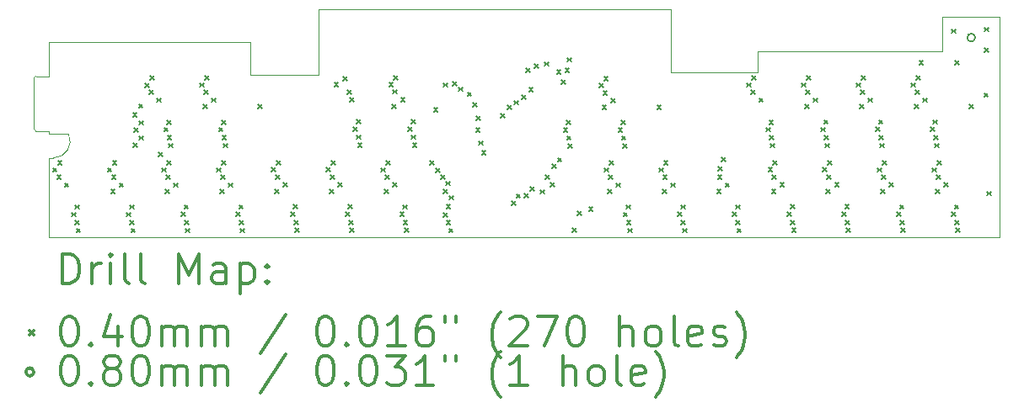
<source format=gbr>
%FSLAX45Y45*%
G04 Gerber Fmt 4.5, Leading zero omitted, Abs format (unit mm)*
G04 Created by KiCad (PCBNEW 5.1.4-e60b266~84~ubuntu16.04.1) date 2019-10-21 03:29:03*
%MOMM*%
%LPD*%
G04 APERTURE LIST*
%ADD10C,0.010000*%
%ADD11C,0.200000*%
%ADD12C,0.300000*%
G04 APERTURE END LIST*
D10*
X16239634Y-10210014D02*
X15860716Y-10210014D01*
X16239634Y-9862836D02*
X16239634Y-10209760D01*
X13510210Y-10417177D02*
X13510210Y-9784971D01*
X16814292Y-9862836D02*
X16239744Y-9862836D01*
X7262876Y-10117836D02*
X9284551Y-10117836D01*
X7262876Y-11041380D02*
X7262876Y-11010742D01*
X7461511Y-11040364D02*
X7262876Y-11041380D01*
X7308850Y-11280140D02*
X7262876Y-11280394D01*
X7461593Y-11040437D02*
G75*
G02X7308850Y-11280140I-153759J-70539D01*
G01*
X9284551Y-10117836D02*
X9284551Y-10440670D01*
X9973148Y-10440924D02*
X9284462Y-10440670D01*
X14383766Y-10417556D02*
X13510168Y-10416794D01*
X14383766Y-10209760D02*
X14383766Y-10417556D01*
X15860522Y-10210038D02*
X14383766Y-10210038D01*
X16814292Y-12077954D02*
X16814292Y-9862836D01*
X11681460Y-12077954D02*
X16814292Y-12077954D01*
X7262876Y-10440924D02*
X7262876Y-10117836D01*
X7132548Y-10460365D02*
G75*
G03X7112508Y-10480405I0J-20040D01*
G01*
X7112574Y-10989637D02*
G75*
G03X7131558Y-11010653I20000J-1016D01*
G01*
X7262876Y-10440924D02*
X7262876Y-10460482D01*
X9973148Y-9784588D02*
X9973148Y-10440924D01*
X13510168Y-9784588D02*
X9973148Y-9784588D01*
X7262876Y-12077954D02*
X11681460Y-12077954D01*
X7262876Y-11280394D02*
X7262876Y-12077954D01*
X7131558Y-11010742D02*
X7262876Y-11010742D01*
X7112508Y-10480294D02*
X7112508Y-10989564D01*
X7262876Y-10460468D02*
X7132574Y-10460228D01*
D11*
X7302820Y-11382314D02*
X7342820Y-11422314D01*
X7342820Y-11382314D02*
X7302820Y-11422314D01*
X7344476Y-11455212D02*
X7384476Y-11495212D01*
X7384476Y-11455212D02*
X7344476Y-11495212D01*
X7352716Y-11311844D02*
X7392716Y-11351844D01*
X7392716Y-11311844D02*
X7352716Y-11351844D01*
X7421692Y-11534206D02*
X7461692Y-11574206D01*
X7461692Y-11534206D02*
X7421692Y-11574206D01*
X7494844Y-11829862D02*
X7534844Y-11869862D01*
X7534844Y-11829862D02*
X7494844Y-11869862D01*
X7525324Y-11754932D02*
X7565324Y-11794932D01*
X7565324Y-11754932D02*
X7525324Y-11794932D01*
X7528681Y-11910435D02*
X7568681Y-11950435D01*
X7568681Y-11910435D02*
X7528681Y-11950435D01*
X7539802Y-11991406D02*
X7579802Y-12031406D01*
X7579802Y-11991406D02*
X7539802Y-12031406D01*
X7852476Y-11382060D02*
X7892476Y-11422060D01*
X7892476Y-11382060D02*
X7852476Y-11422060D01*
X7885750Y-11599484D02*
X7925750Y-11639484D01*
X7925750Y-11599484D02*
X7885750Y-11639484D01*
X7894132Y-11454958D02*
X7934132Y-11494958D01*
X7934132Y-11454958D02*
X7894132Y-11494958D01*
X7902372Y-11311590D02*
X7942372Y-11351590D01*
X7942372Y-11311590D02*
X7902372Y-11351590D01*
X7971348Y-11533952D02*
X8011348Y-11573952D01*
X8011348Y-11533952D02*
X7971348Y-11573952D01*
X8044500Y-11829608D02*
X8084500Y-11869608D01*
X8084500Y-11829608D02*
X8044500Y-11869608D01*
X8074980Y-11754678D02*
X8114980Y-11794678D01*
X8114980Y-11754678D02*
X8074980Y-11794678D01*
X8078337Y-11910181D02*
X8118337Y-11950181D01*
X8118337Y-11910181D02*
X8078337Y-11950181D01*
X8089458Y-11991152D02*
X8129458Y-12031152D01*
X8129458Y-11991152D02*
X8089458Y-12031152D01*
X8105714Y-10827324D02*
X8145714Y-10867324D01*
X8145714Y-10827324D02*
X8105714Y-10867324D01*
X8113334Y-11134410D02*
X8153334Y-11174410D01*
X8153334Y-11134410D02*
X8113334Y-11174410D01*
X8121970Y-10979470D02*
X8161970Y-11019470D01*
X8161970Y-10979470D02*
X8121970Y-11019470D01*
X8166674Y-10737916D02*
X8206674Y-10777916D01*
X8206674Y-10737916D02*
X8166674Y-10777916D01*
X8168706Y-10906572D02*
X8208706Y-10946572D01*
X8208706Y-10906572D02*
X8168706Y-10946572D01*
X8168706Y-11060750D02*
X8208706Y-11100750D01*
X8208706Y-11060750D02*
X8168706Y-11100750D01*
X8228650Y-10527604D02*
X8268650Y-10567604D01*
X8268650Y-10527604D02*
X8228650Y-10567604D01*
X8270306Y-10600502D02*
X8310306Y-10640502D01*
X8310306Y-10600502D02*
X8270306Y-10640502D01*
X8278546Y-10457134D02*
X8318546Y-10497134D01*
X8318546Y-10457134D02*
X8278546Y-10497134D01*
X8347522Y-10679496D02*
X8387522Y-10719496D01*
X8387522Y-10679496D02*
X8347522Y-10719496D01*
X8367588Y-11226612D02*
X8407588Y-11266612D01*
X8407588Y-11226612D02*
X8367588Y-11266612D01*
X8401370Y-11381298D02*
X8441370Y-11421298D01*
X8441370Y-11381298D02*
X8401370Y-11421298D01*
X8420674Y-10975152D02*
X8460674Y-11015152D01*
X8460674Y-10975152D02*
X8420674Y-11015152D01*
X8435406Y-11599230D02*
X8475406Y-11639230D01*
X8475406Y-11599230D02*
X8435406Y-11639230D01*
X8443026Y-11454196D02*
X8483026Y-11494196D01*
X8483026Y-11454196D02*
X8443026Y-11494196D01*
X8451154Y-10900222D02*
X8491154Y-10940222D01*
X8491154Y-10900222D02*
X8451154Y-10940222D01*
X8451266Y-11310828D02*
X8491266Y-11350828D01*
X8491266Y-11310828D02*
X8451266Y-11350828D01*
X8454511Y-11055725D02*
X8494511Y-11095725D01*
X8494511Y-11055725D02*
X8454511Y-11095725D01*
X8465632Y-11136696D02*
X8505632Y-11176696D01*
X8505632Y-11136696D02*
X8465632Y-11176696D01*
X8520242Y-11533190D02*
X8560242Y-11573190D01*
X8560242Y-11533190D02*
X8520242Y-11573190D01*
X8593394Y-11828846D02*
X8633394Y-11868846D01*
X8633394Y-11828846D02*
X8593394Y-11868846D01*
X8623874Y-11753916D02*
X8663874Y-11793916D01*
X8663874Y-11753916D02*
X8623874Y-11793916D01*
X8627231Y-11909419D02*
X8667231Y-11949419D01*
X8667231Y-11909419D02*
X8627231Y-11949419D01*
X8638352Y-11990390D02*
X8678352Y-12030390D01*
X8678352Y-11990390D02*
X8638352Y-12030390D01*
X8778306Y-10527350D02*
X8818306Y-10567350D01*
X8818306Y-10527350D02*
X8778306Y-10567350D01*
X8811580Y-10744774D02*
X8851580Y-10784774D01*
X8851580Y-10744774D02*
X8811580Y-10784774D01*
X8819962Y-10600248D02*
X8859962Y-10640248D01*
X8859962Y-10600248D02*
X8819962Y-10640248D01*
X8828202Y-10456880D02*
X8868202Y-10496880D01*
X8868202Y-10456880D02*
X8828202Y-10496880D01*
X8897178Y-10679242D02*
X8937178Y-10719242D01*
X8937178Y-10679242D02*
X8897178Y-10719242D01*
X8951026Y-11381044D02*
X8991026Y-11421044D01*
X8991026Y-11381044D02*
X8951026Y-11421044D01*
X8970330Y-10974898D02*
X9010330Y-11014898D01*
X9010330Y-10974898D02*
X8970330Y-11014898D01*
X8984300Y-11598468D02*
X9024300Y-11638468D01*
X9024300Y-11598468D02*
X8984300Y-11638468D01*
X8992682Y-11453942D02*
X9032682Y-11493942D01*
X9032682Y-11453942D02*
X8992682Y-11493942D01*
X9000810Y-10899968D02*
X9040810Y-10939968D01*
X9040810Y-10899968D02*
X9000810Y-10939968D01*
X9000922Y-11310574D02*
X9040922Y-11350574D01*
X9040922Y-11310574D02*
X9000922Y-11350574D01*
X9004167Y-11055471D02*
X9044167Y-11095471D01*
X9044167Y-11055471D02*
X9004167Y-11095471D01*
X9015288Y-11136442D02*
X9055288Y-11176442D01*
X9055288Y-11136442D02*
X9015288Y-11176442D01*
X9069898Y-11532936D02*
X9109898Y-11572936D01*
X9109898Y-11532936D02*
X9069898Y-11572936D01*
X9143050Y-11828592D02*
X9183050Y-11868592D01*
X9183050Y-11828592D02*
X9143050Y-11868592D01*
X9173530Y-11753662D02*
X9213530Y-11793662D01*
X9213530Y-11753662D02*
X9173530Y-11793662D01*
X9176887Y-11909165D02*
X9216887Y-11949165D01*
X9216887Y-11909165D02*
X9176887Y-11949165D01*
X9188008Y-11990136D02*
X9228008Y-12030136D01*
X9228008Y-11990136D02*
X9188008Y-12030136D01*
X9361236Y-10744520D02*
X9401236Y-10784520D01*
X9401236Y-10744520D02*
X9361236Y-10784520D01*
X9499920Y-11380028D02*
X9539920Y-11420028D01*
X9539920Y-11380028D02*
X9499920Y-11420028D01*
X9533956Y-11598214D02*
X9573956Y-11638214D01*
X9573956Y-11598214D02*
X9533956Y-11638214D01*
X9541576Y-11452926D02*
X9581576Y-11492926D01*
X9581576Y-11452926D02*
X9541576Y-11492926D01*
X9549816Y-11309558D02*
X9589816Y-11349558D01*
X9589816Y-11309558D02*
X9549816Y-11349558D01*
X9618792Y-11531920D02*
X9658792Y-11571920D01*
X9658792Y-11531920D02*
X9618792Y-11571920D01*
X9691944Y-11827576D02*
X9731944Y-11867576D01*
X9731944Y-11827576D02*
X9691944Y-11867576D01*
X9722424Y-11752646D02*
X9762424Y-11792646D01*
X9762424Y-11752646D02*
X9722424Y-11792646D01*
X9725781Y-11908149D02*
X9765781Y-11948149D01*
X9765781Y-11908149D02*
X9725781Y-11948149D01*
X9736902Y-11989120D02*
X9776902Y-12029120D01*
X9776902Y-11989120D02*
X9736902Y-12029120D01*
X10049576Y-11379774D02*
X10089576Y-11419774D01*
X10089576Y-11379774D02*
X10049576Y-11419774D01*
X10082850Y-11597198D02*
X10122850Y-11637198D01*
X10122850Y-11597198D02*
X10082850Y-11637198D01*
X10091232Y-11452672D02*
X10131232Y-11492672D01*
X10131232Y-11452672D02*
X10091232Y-11492672D01*
X10099472Y-11309304D02*
X10139472Y-11349304D01*
X10139472Y-11309304D02*
X10099472Y-11349304D01*
X10129840Y-10522270D02*
X10169840Y-10562270D01*
X10169840Y-10522270D02*
X10129840Y-10562270D01*
X10168448Y-11531666D02*
X10208448Y-11571666D01*
X10208448Y-11531666D02*
X10168448Y-11571666D01*
X10216200Y-10460040D02*
X10256200Y-10500040D01*
X10256200Y-10460040D02*
X10216200Y-10500040D01*
X10241600Y-11827322D02*
X10281600Y-11867322D01*
X10281600Y-11827322D02*
X10241600Y-11867322D01*
X10260142Y-10595930D02*
X10300142Y-10635930D01*
X10300142Y-10595930D02*
X10260142Y-10635930D01*
X10272080Y-11752392D02*
X10312080Y-11792392D01*
X10312080Y-11752392D02*
X10272080Y-11792392D01*
X10275437Y-11907895D02*
X10315437Y-11947895D01*
X10315437Y-11907895D02*
X10275437Y-11947895D01*
X10286558Y-11988866D02*
X10326558Y-12028866D01*
X10326558Y-11988866D02*
X10286558Y-12028866D01*
X10289860Y-10672892D02*
X10329860Y-10712892D01*
X10329860Y-10672892D02*
X10289860Y-10712892D01*
X10321864Y-10969818D02*
X10361864Y-11009818D01*
X10361864Y-10969818D02*
X10321864Y-11009818D01*
X10352344Y-10894888D02*
X10392344Y-10934888D01*
X10392344Y-10894888D02*
X10352344Y-10934888D01*
X10355701Y-11050391D02*
X10395701Y-11090391D01*
X10395701Y-11050391D02*
X10355701Y-11090391D01*
X10366822Y-11131362D02*
X10406822Y-11171362D01*
X10406822Y-11131362D02*
X10366822Y-11171362D01*
X10599486Y-11380536D02*
X10639486Y-11420536D01*
X10639486Y-11380536D02*
X10599486Y-11420536D01*
X10632506Y-11596944D02*
X10672506Y-11636944D01*
X10672506Y-11596944D02*
X10632506Y-11636944D01*
X10641142Y-11453434D02*
X10681142Y-11493434D01*
X10681142Y-11453434D02*
X10641142Y-11493434D01*
X10649382Y-11310066D02*
X10689382Y-11350066D01*
X10689382Y-11310066D02*
X10649382Y-11350066D01*
X10679496Y-10522016D02*
X10719496Y-10562016D01*
X10719496Y-10522016D02*
X10679496Y-10562016D01*
X10712770Y-10739440D02*
X10752770Y-10779440D01*
X10752770Y-10739440D02*
X10712770Y-10779440D01*
X10718358Y-11532428D02*
X10758358Y-11572428D01*
X10758358Y-11532428D02*
X10718358Y-11572428D01*
X10721152Y-10594914D02*
X10761152Y-10634914D01*
X10761152Y-10594914D02*
X10721152Y-10634914D01*
X10729392Y-10451546D02*
X10769392Y-10491546D01*
X10769392Y-10451546D02*
X10729392Y-10491546D01*
X10791510Y-11828084D02*
X10831510Y-11868084D01*
X10831510Y-11828084D02*
X10791510Y-11868084D01*
X10798368Y-10673908D02*
X10838368Y-10713908D01*
X10838368Y-10673908D02*
X10798368Y-10713908D01*
X10821990Y-11753154D02*
X10861990Y-11793154D01*
X10861990Y-11753154D02*
X10821990Y-11793154D01*
X10825347Y-11908657D02*
X10865347Y-11948657D01*
X10865347Y-11908657D02*
X10825347Y-11948657D01*
X10836468Y-11989628D02*
X10876468Y-12029628D01*
X10876468Y-11989628D02*
X10836468Y-12029628D01*
X10871520Y-10969564D02*
X10911520Y-11009564D01*
X10911520Y-10969564D02*
X10871520Y-11009564D01*
X10902000Y-10894634D02*
X10942000Y-10934634D01*
X10942000Y-10894634D02*
X10902000Y-10934634D01*
X10905357Y-11050137D02*
X10945357Y-11090137D01*
X10945357Y-11050137D02*
X10905357Y-11090137D01*
X10916478Y-11131108D02*
X10956478Y-11171108D01*
X10956478Y-11131108D02*
X10916478Y-11171108D01*
X11089452Y-11311956D02*
X11129452Y-11351956D01*
X11129452Y-11311956D02*
X11089452Y-11351956D01*
X11129838Y-10778810D02*
X11169838Y-10818810D01*
X11169838Y-10778810D02*
X11129838Y-10818810D01*
X11150412Y-11384346D02*
X11190412Y-11424346D01*
X11190412Y-11384346D02*
X11150412Y-11424346D01*
X11199180Y-11452926D02*
X11239180Y-11492926D01*
X11239180Y-11452926D02*
X11199180Y-11492926D01*
X11225342Y-11831386D02*
X11265342Y-11871386D01*
X11265342Y-11831386D02*
X11225342Y-11871386D01*
X11227628Y-10526842D02*
X11267628Y-10566842D01*
X11267628Y-10526842D02*
X11227628Y-10566842D01*
X11228898Y-11599738D02*
X11268898Y-11639738D01*
X11268898Y-11599738D02*
X11228898Y-11639738D01*
X11249726Y-11517696D02*
X11289726Y-11557696D01*
X11289726Y-11517696D02*
X11249726Y-11557696D01*
X11255568Y-11909618D02*
X11295568Y-11949618D01*
X11295568Y-11909618D02*
X11255568Y-11949618D01*
X11256330Y-11751376D02*
X11296330Y-11791376D01*
X11296330Y-11751376D02*
X11256330Y-11791376D01*
X11280968Y-11990136D02*
X11320968Y-12030136D01*
X11320968Y-11990136D02*
X11280968Y-12030136D01*
X11284778Y-11660952D02*
X11324778Y-11700952D01*
X11324778Y-11660952D02*
X11284778Y-11700952D01*
X11317290Y-10511856D02*
X11357290Y-10551856D01*
X11357290Y-10511856D02*
X11317290Y-10551856D01*
X11377488Y-10569514D02*
X11417488Y-10609514D01*
X11417488Y-10569514D02*
X11377488Y-10609514D01*
X11467658Y-10618790D02*
X11507658Y-10658790D01*
X11507658Y-10618790D02*
X11467658Y-10658790D01*
X11520236Y-10722422D02*
X11560236Y-10762422D01*
X11560236Y-10722422D02*
X11520236Y-10762422D01*
X11553510Y-10976422D02*
X11593510Y-11016422D01*
X11593510Y-10976422D02*
X11553510Y-11016422D01*
X11558336Y-10860344D02*
X11598336Y-10900344D01*
X11598336Y-10860344D02*
X11558336Y-10900344D01*
X11580688Y-11111042D02*
X11620688Y-11151042D01*
X11620688Y-11111042D02*
X11580688Y-11151042D01*
X11612946Y-11210356D02*
X11652946Y-11250356D01*
X11652946Y-11210356D02*
X11612946Y-11250356D01*
X11801160Y-10834182D02*
X11841160Y-10874182D01*
X11841160Y-10834182D02*
X11801160Y-10874182D01*
X11869994Y-10752902D02*
X11909994Y-10792902D01*
X11909994Y-10752902D02*
X11869994Y-10792902D01*
X11909872Y-11716324D02*
X11949872Y-11756324D01*
X11949872Y-11716324D02*
X11909872Y-11756324D01*
X11937558Y-10704134D02*
X11977558Y-10744134D01*
X11977558Y-10704134D02*
X11937558Y-10744134D01*
X11958132Y-11643172D02*
X11998132Y-11683172D01*
X11998132Y-11643172D02*
X11958132Y-11683172D01*
X12014520Y-10649270D02*
X12054520Y-10689270D01*
X12054520Y-10649270D02*
X12014520Y-10689270D01*
X12039412Y-11640378D02*
X12079412Y-11680378D01*
X12079412Y-11640378D02*
X12039412Y-11680378D01*
X12056684Y-10379776D02*
X12096684Y-10419776D01*
X12096684Y-10379776D02*
X12056684Y-10419776D01*
X12084878Y-10571038D02*
X12124878Y-10611038D01*
X12124878Y-10571038D02*
X12084878Y-10611038D01*
X12101388Y-11570274D02*
X12141388Y-11610274D01*
X12141388Y-11570274D02*
X12101388Y-11610274D01*
X12139488Y-10337612D02*
X12179488Y-10377612D01*
X12179488Y-10337612D02*
X12139488Y-10377612D01*
X12199940Y-11602278D02*
X12239940Y-11642278D01*
X12239940Y-11602278D02*
X12199940Y-11642278D01*
X12241342Y-10313736D02*
X12281342Y-10353736D01*
X12281342Y-10313736D02*
X12241342Y-10353736D01*
X12250740Y-11454704D02*
X12290740Y-11494704D01*
X12290740Y-11454704D02*
X12250740Y-11494704D01*
X12304080Y-11527348D02*
X12344080Y-11567348D01*
X12344080Y-11527348D02*
X12304080Y-11567348D01*
X12321606Y-11343960D02*
X12361606Y-11383960D01*
X12361606Y-11343960D02*
X12321606Y-11383960D01*
X12365548Y-10395270D02*
X12405548Y-10435270D01*
X12405548Y-10395270D02*
X12365548Y-10435270D01*
X12365548Y-10395270D02*
X12405548Y-10435270D01*
X12405548Y-10395270D02*
X12365548Y-10435270D01*
X12373422Y-11278682D02*
X12413422Y-11318682D01*
X12413422Y-11278682D02*
X12373422Y-11318682D01*
X12409490Y-10498902D02*
X12449490Y-10538902D01*
X12449490Y-10498902D02*
X12409490Y-10538902D01*
X12409490Y-10498902D02*
X12449490Y-10538902D01*
X12449490Y-10498902D02*
X12409490Y-10538902D01*
X12432858Y-10978708D02*
X12472858Y-11018708D01*
X12472858Y-10978708D02*
X12432858Y-11018708D01*
X12450892Y-10376982D02*
X12490892Y-10416982D01*
X12490892Y-10376982D02*
X12450892Y-10416982D01*
X12463338Y-10903778D02*
X12503338Y-10943778D01*
X12503338Y-10903778D02*
X12463338Y-10943778D01*
X12466695Y-11059281D02*
X12506695Y-11099281D01*
X12506695Y-11059281D02*
X12466695Y-11099281D01*
X12470450Y-10271572D02*
X12510450Y-10311572D01*
X12510450Y-10271572D02*
X12470450Y-10311572D01*
X12477816Y-11140252D02*
X12517816Y-11180252D01*
X12517816Y-11140252D02*
X12477816Y-11180252D01*
X12519726Y-11989120D02*
X12559726Y-12029120D01*
X12559726Y-11989120D02*
X12519726Y-12029120D01*
X12574590Y-11819956D02*
X12614590Y-11859956D01*
X12614590Y-11819956D02*
X12574590Y-11859956D01*
X12688128Y-11775252D02*
X12728128Y-11815252D01*
X12728128Y-11775252D02*
X12688128Y-11815252D01*
X12790490Y-10530906D02*
X12830490Y-10570906D01*
X12830490Y-10530906D02*
X12790490Y-10570906D01*
X12823764Y-10748330D02*
X12863764Y-10788330D01*
X12863764Y-10748330D02*
X12823764Y-10788330D01*
X12832146Y-10603804D02*
X12872146Y-10643804D01*
X12872146Y-10603804D02*
X12832146Y-10643804D01*
X12840386Y-10460436D02*
X12880386Y-10500436D01*
X12880386Y-10460436D02*
X12840386Y-10500436D01*
X12842306Y-11382060D02*
X12882306Y-11422060D01*
X12882306Y-11382060D02*
X12842306Y-11422060D01*
X12875580Y-11599484D02*
X12915580Y-11639484D01*
X12915580Y-11599484D02*
X12875580Y-11639484D01*
X12883962Y-11454958D02*
X12923962Y-11494958D01*
X12923962Y-11454958D02*
X12883962Y-11494958D01*
X12892202Y-11311590D02*
X12932202Y-11351590D01*
X12932202Y-11311590D02*
X12892202Y-11351590D01*
X12909362Y-10682798D02*
X12949362Y-10722798D01*
X12949362Y-10682798D02*
X12909362Y-10722798D01*
X12961178Y-11533952D02*
X13001178Y-11573952D01*
X13001178Y-11533952D02*
X12961178Y-11573952D01*
X12982514Y-10978454D02*
X13022514Y-11018454D01*
X13022514Y-10978454D02*
X12982514Y-11018454D01*
X13012994Y-10903524D02*
X13052994Y-10943524D01*
X13052994Y-10903524D02*
X13012994Y-10943524D01*
X13016351Y-11059027D02*
X13056351Y-11099027D01*
X13056351Y-11059027D02*
X13016351Y-11099027D01*
X13027472Y-11139998D02*
X13067472Y-11179998D01*
X13067472Y-11139998D02*
X13027472Y-11179998D01*
X13034330Y-11829608D02*
X13074330Y-11869608D01*
X13074330Y-11829608D02*
X13034330Y-11869608D01*
X13064810Y-11754678D02*
X13104810Y-11794678D01*
X13104810Y-11754678D02*
X13064810Y-11794678D01*
X13068167Y-11910181D02*
X13108167Y-11950181D01*
X13108167Y-11910181D02*
X13068167Y-11950181D01*
X13079288Y-11991152D02*
X13119288Y-12031152D01*
X13119288Y-11991152D02*
X13079288Y-12031152D01*
X13373420Y-10748076D02*
X13413420Y-10788076D01*
X13413420Y-10748076D02*
X13373420Y-10788076D01*
X13391200Y-11381298D02*
X13431200Y-11421298D01*
X13431200Y-11381298D02*
X13391200Y-11421298D01*
X13425236Y-11599230D02*
X13465236Y-11639230D01*
X13465236Y-11599230D02*
X13425236Y-11639230D01*
X13432856Y-11454196D02*
X13472856Y-11494196D01*
X13472856Y-11454196D02*
X13432856Y-11494196D01*
X13441096Y-11310828D02*
X13481096Y-11350828D01*
X13481096Y-11310828D02*
X13441096Y-11350828D01*
X13510072Y-11533190D02*
X13550072Y-11573190D01*
X13550072Y-11533190D02*
X13510072Y-11573190D01*
X13583224Y-11828846D02*
X13623224Y-11868846D01*
X13623224Y-11828846D02*
X13583224Y-11868846D01*
X13613704Y-11753916D02*
X13653704Y-11793916D01*
X13653704Y-11753916D02*
X13613704Y-11793916D01*
X13617061Y-11909419D02*
X13657061Y-11949419D01*
X13657061Y-11909419D02*
X13617061Y-11949419D01*
X13628182Y-11990390D02*
X13668182Y-12030390D01*
X13668182Y-11990390D02*
X13628182Y-12030390D01*
X13974130Y-11598468D02*
X14014130Y-11638468D01*
X14014130Y-11598468D02*
X13974130Y-11638468D01*
X13982512Y-11453942D02*
X14022512Y-11493942D01*
X14022512Y-11453942D02*
X13982512Y-11493942D01*
X13986068Y-11369614D02*
X14026068Y-11409614D01*
X14026068Y-11369614D02*
X13986068Y-11409614D01*
X14022390Y-11276396D02*
X14062390Y-11316396D01*
X14062390Y-11276396D02*
X14022390Y-11316396D01*
X14059728Y-11532936D02*
X14099728Y-11572936D01*
X14099728Y-11532936D02*
X14059728Y-11572936D01*
X14132880Y-11828592D02*
X14172880Y-11868592D01*
X14172880Y-11828592D02*
X14132880Y-11868592D01*
X14163360Y-11753662D02*
X14203360Y-11793662D01*
X14203360Y-11753662D02*
X14163360Y-11793662D01*
X14166717Y-11909165D02*
X14206717Y-11949165D01*
X14206717Y-11909165D02*
X14166717Y-11949165D01*
X14177838Y-11990136D02*
X14217838Y-12030136D01*
X14217838Y-11990136D02*
X14177838Y-12030136D01*
X14277660Y-10527350D02*
X14317660Y-10567350D01*
X14317660Y-10527350D02*
X14277660Y-10567350D01*
X14319316Y-10600248D02*
X14359316Y-10640248D01*
X14359316Y-10600248D02*
X14319316Y-10640248D01*
X14327556Y-10456880D02*
X14367556Y-10496880D01*
X14367556Y-10456880D02*
X14327556Y-10496880D01*
X14396532Y-10679242D02*
X14436532Y-10719242D01*
X14436532Y-10679242D02*
X14396532Y-10719242D01*
X14469684Y-10974898D02*
X14509684Y-11014898D01*
X14509684Y-10974898D02*
X14469684Y-11014898D01*
X14489750Y-11380028D02*
X14529750Y-11420028D01*
X14529750Y-11380028D02*
X14489750Y-11420028D01*
X14500164Y-10899968D02*
X14540164Y-10939968D01*
X14540164Y-10899968D02*
X14500164Y-10939968D01*
X14503521Y-11055471D02*
X14543521Y-11095471D01*
X14543521Y-11055471D02*
X14503521Y-11095471D01*
X14514642Y-11136442D02*
X14554642Y-11176442D01*
X14554642Y-11136442D02*
X14514642Y-11176442D01*
X14523786Y-11598214D02*
X14563786Y-11638214D01*
X14563786Y-11598214D02*
X14523786Y-11638214D01*
X14531406Y-11452926D02*
X14571406Y-11492926D01*
X14571406Y-11452926D02*
X14531406Y-11492926D01*
X14539646Y-11309558D02*
X14579646Y-11349558D01*
X14579646Y-11309558D02*
X14539646Y-11349558D01*
X14608622Y-11531920D02*
X14648622Y-11571920D01*
X14648622Y-11531920D02*
X14608622Y-11571920D01*
X14681774Y-11827576D02*
X14721774Y-11867576D01*
X14721774Y-11827576D02*
X14681774Y-11867576D01*
X14712254Y-11752646D02*
X14752254Y-11792646D01*
X14752254Y-11752646D02*
X14712254Y-11792646D01*
X14715611Y-11908149D02*
X14755611Y-11948149D01*
X14755611Y-11908149D02*
X14715611Y-11948149D01*
X14726732Y-11989120D02*
X14766732Y-12029120D01*
X14766732Y-11989120D02*
X14726732Y-12029120D01*
X14827316Y-10527096D02*
X14867316Y-10567096D01*
X14867316Y-10527096D02*
X14827316Y-10567096D01*
X14860590Y-10744520D02*
X14900590Y-10784520D01*
X14900590Y-10744520D02*
X14860590Y-10784520D01*
X14868972Y-10599994D02*
X14908972Y-10639994D01*
X14908972Y-10599994D02*
X14868972Y-10639994D01*
X14877212Y-10456626D02*
X14917212Y-10496626D01*
X14917212Y-10456626D02*
X14877212Y-10496626D01*
X14946188Y-10678988D02*
X14986188Y-10718988D01*
X14986188Y-10678988D02*
X14946188Y-10718988D01*
X15019340Y-10974644D02*
X15059340Y-11014644D01*
X15059340Y-10974644D02*
X15019340Y-11014644D01*
X15039406Y-11379774D02*
X15079406Y-11419774D01*
X15079406Y-11379774D02*
X15039406Y-11419774D01*
X15049820Y-10899714D02*
X15089820Y-10939714D01*
X15089820Y-10899714D02*
X15049820Y-10939714D01*
X15053177Y-11055217D02*
X15093177Y-11095217D01*
X15093177Y-11055217D02*
X15053177Y-11095217D01*
X15064298Y-11136188D02*
X15104298Y-11176188D01*
X15104298Y-11136188D02*
X15064298Y-11176188D01*
X15072680Y-11597198D02*
X15112680Y-11637198D01*
X15112680Y-11597198D02*
X15072680Y-11637198D01*
X15081062Y-11452672D02*
X15121062Y-11492672D01*
X15121062Y-11452672D02*
X15081062Y-11492672D01*
X15089302Y-11309304D02*
X15129302Y-11349304D01*
X15129302Y-11309304D02*
X15089302Y-11349304D01*
X15158278Y-11531666D02*
X15198278Y-11571666D01*
X15198278Y-11531666D02*
X15158278Y-11571666D01*
X15231430Y-11827322D02*
X15271430Y-11867322D01*
X15271430Y-11827322D02*
X15231430Y-11867322D01*
X15261910Y-11752392D02*
X15301910Y-11792392D01*
X15301910Y-11752392D02*
X15261910Y-11792392D01*
X15265267Y-11907895D02*
X15305267Y-11947895D01*
X15305267Y-11907895D02*
X15265267Y-11947895D01*
X15276388Y-11988866D02*
X15316388Y-12028866D01*
X15316388Y-11988866D02*
X15276388Y-12028866D01*
X15376210Y-10526080D02*
X15416210Y-10566080D01*
X15416210Y-10526080D02*
X15376210Y-10566080D01*
X15410246Y-10744266D02*
X15450246Y-10784266D01*
X15450246Y-10744266D02*
X15410246Y-10784266D01*
X15417866Y-10598978D02*
X15457866Y-10638978D01*
X15457866Y-10598978D02*
X15417866Y-10638978D01*
X15426106Y-10455610D02*
X15466106Y-10495610D01*
X15466106Y-10455610D02*
X15426106Y-10495610D01*
X15495082Y-10677972D02*
X15535082Y-10717972D01*
X15535082Y-10677972D02*
X15495082Y-10717972D01*
X15568234Y-10973628D02*
X15608234Y-11013628D01*
X15608234Y-10973628D02*
X15568234Y-11013628D01*
X15589316Y-11380536D02*
X15629316Y-11420536D01*
X15629316Y-11380536D02*
X15589316Y-11420536D01*
X15598714Y-10898698D02*
X15638714Y-10938698D01*
X15638714Y-10898698D02*
X15598714Y-10938698D01*
X15602071Y-11054201D02*
X15642071Y-11094201D01*
X15642071Y-11054201D02*
X15602071Y-11094201D01*
X15613192Y-11135172D02*
X15653192Y-11175172D01*
X15653192Y-11135172D02*
X15613192Y-11175172D01*
X15622336Y-11596944D02*
X15662336Y-11636944D01*
X15662336Y-11596944D02*
X15622336Y-11636944D01*
X15630972Y-11453434D02*
X15670972Y-11493434D01*
X15670972Y-11453434D02*
X15630972Y-11493434D01*
X15639212Y-11310066D02*
X15679212Y-11350066D01*
X15679212Y-11310066D02*
X15639212Y-11350066D01*
X15708188Y-11532428D02*
X15748188Y-11572428D01*
X15748188Y-11532428D02*
X15708188Y-11572428D01*
X15781340Y-11828084D02*
X15821340Y-11868084D01*
X15821340Y-11828084D02*
X15781340Y-11868084D01*
X15811820Y-11753154D02*
X15851820Y-11793154D01*
X15851820Y-11753154D02*
X15811820Y-11793154D01*
X15815177Y-11908657D02*
X15855177Y-11948657D01*
X15855177Y-11908657D02*
X15815177Y-11948657D01*
X15826298Y-11989628D02*
X15866298Y-12029628D01*
X15866298Y-11989628D02*
X15826298Y-12029628D01*
X15925866Y-10525826D02*
X15965866Y-10565826D01*
X15965866Y-10525826D02*
X15925866Y-10565826D01*
X15959140Y-10743250D02*
X15999140Y-10783250D01*
X15999140Y-10743250D02*
X15959140Y-10783250D01*
X15967522Y-10598724D02*
X16007522Y-10638724D01*
X16007522Y-10598724D02*
X15967522Y-10638724D01*
X15975762Y-10455356D02*
X16015762Y-10495356D01*
X16015762Y-10455356D02*
X15975762Y-10495356D01*
X16005114Y-10299766D02*
X16045114Y-10339766D01*
X16045114Y-10299766D02*
X16005114Y-10339766D01*
X16044738Y-10677718D02*
X16084738Y-10717718D01*
X16084738Y-10677718D02*
X16044738Y-10717718D01*
X16117890Y-10973374D02*
X16157890Y-11013374D01*
X16157890Y-10973374D02*
X16117890Y-11013374D01*
X16138972Y-11380282D02*
X16178972Y-11420282D01*
X16178972Y-11380282D02*
X16138972Y-11420282D01*
X16148370Y-10898444D02*
X16188370Y-10938444D01*
X16188370Y-10898444D02*
X16148370Y-10938444D01*
X16151727Y-11053947D02*
X16191727Y-11093947D01*
X16191727Y-11053947D02*
X16151727Y-11093947D01*
X16162848Y-11134918D02*
X16202848Y-11174918D01*
X16202848Y-11134918D02*
X16162848Y-11174918D01*
X16172246Y-11597706D02*
X16212246Y-11637706D01*
X16212246Y-11597706D02*
X16172246Y-11637706D01*
X16180628Y-11453180D02*
X16220628Y-11493180D01*
X16220628Y-11453180D02*
X16180628Y-11493180D01*
X16188868Y-11309812D02*
X16228868Y-11349812D01*
X16228868Y-11309812D02*
X16188868Y-11349812D01*
X16257844Y-11532174D02*
X16297844Y-11572174D01*
X16297844Y-11532174D02*
X16257844Y-11572174D01*
X16329472Y-9984552D02*
X16369472Y-10024552D01*
X16369472Y-9984552D02*
X16329472Y-10024552D01*
X16330996Y-11827830D02*
X16370996Y-11867830D01*
X16370996Y-11827830D02*
X16330996Y-11867830D01*
X16361476Y-11752900D02*
X16401476Y-11792900D01*
X16401476Y-11752900D02*
X16361476Y-11792900D01*
X16364833Y-11908403D02*
X16404833Y-11948403D01*
X16404833Y-11908403D02*
X16364833Y-11948403D01*
X16368842Y-10300782D02*
X16408842Y-10340782D01*
X16408842Y-10300782D02*
X16368842Y-10340782D01*
X16375954Y-11989374D02*
X16415954Y-12029374D01*
X16415954Y-11989374D02*
X16375954Y-12029374D01*
X16508796Y-10742996D02*
X16548796Y-10782996D01*
X16548796Y-10742996D02*
X16508796Y-10782996D01*
X16657386Y-10628442D02*
X16697386Y-10668442D01*
X16697386Y-10628442D02*
X16657386Y-10668442D01*
X16663482Y-9968550D02*
X16703482Y-10008550D01*
X16703482Y-9968550D02*
X16663482Y-10008550D01*
X16663482Y-10174036D02*
X16703482Y-10214036D01*
X16703482Y-10174036D02*
X16663482Y-10214036D01*
X16688120Y-11619042D02*
X16728120Y-11659042D01*
X16728120Y-11619042D02*
X16688120Y-11659042D01*
X16568796Y-10069068D02*
G75*
G03X16568796Y-10069068I-40000J0D01*
G01*
D12*
X7398436Y-12544168D02*
X7398436Y-12244168D01*
X7469865Y-12244168D01*
X7512722Y-12258454D01*
X7541294Y-12287025D01*
X7555579Y-12315597D01*
X7569865Y-12372740D01*
X7569865Y-12415597D01*
X7555579Y-12472740D01*
X7541294Y-12501311D01*
X7512722Y-12529883D01*
X7469865Y-12544168D01*
X7398436Y-12544168D01*
X7698436Y-12544168D02*
X7698436Y-12344168D01*
X7698436Y-12401311D02*
X7712722Y-12372740D01*
X7727008Y-12358454D01*
X7755579Y-12344168D01*
X7784151Y-12344168D01*
X7884151Y-12544168D02*
X7884151Y-12344168D01*
X7884151Y-12244168D02*
X7869865Y-12258454D01*
X7884151Y-12272740D01*
X7898436Y-12258454D01*
X7884151Y-12244168D01*
X7884151Y-12272740D01*
X8069865Y-12544168D02*
X8041294Y-12529883D01*
X8027008Y-12501311D01*
X8027008Y-12244168D01*
X8227008Y-12544168D02*
X8198436Y-12529883D01*
X8184151Y-12501311D01*
X8184151Y-12244168D01*
X8569865Y-12544168D02*
X8569865Y-12244168D01*
X8669865Y-12458454D01*
X8769865Y-12244168D01*
X8769865Y-12544168D01*
X9041294Y-12544168D02*
X9041294Y-12387025D01*
X9027008Y-12358454D01*
X8998436Y-12344168D01*
X8941294Y-12344168D01*
X8912722Y-12358454D01*
X9041294Y-12529883D02*
X9012722Y-12544168D01*
X8941294Y-12544168D01*
X8912722Y-12529883D01*
X8898436Y-12501311D01*
X8898436Y-12472740D01*
X8912722Y-12444168D01*
X8941294Y-12429883D01*
X9012722Y-12429883D01*
X9041294Y-12415597D01*
X9184151Y-12344168D02*
X9184151Y-12644168D01*
X9184151Y-12358454D02*
X9212722Y-12344168D01*
X9269865Y-12344168D01*
X9298436Y-12358454D01*
X9312722Y-12372740D01*
X9327008Y-12401311D01*
X9327008Y-12487025D01*
X9312722Y-12515597D01*
X9298436Y-12529883D01*
X9269865Y-12544168D01*
X9212722Y-12544168D01*
X9184151Y-12529883D01*
X9455579Y-12515597D02*
X9469865Y-12529883D01*
X9455579Y-12544168D01*
X9441294Y-12529883D01*
X9455579Y-12515597D01*
X9455579Y-12544168D01*
X9455579Y-12358454D02*
X9469865Y-12372740D01*
X9455579Y-12387025D01*
X9441294Y-12372740D01*
X9455579Y-12358454D01*
X9455579Y-12387025D01*
X7072008Y-13018454D02*
X7112008Y-13058454D01*
X7112008Y-13018454D02*
X7072008Y-13058454D01*
X7455579Y-12874168D02*
X7484151Y-12874168D01*
X7512722Y-12888454D01*
X7527008Y-12902740D01*
X7541294Y-12931311D01*
X7555579Y-12988454D01*
X7555579Y-13059883D01*
X7541294Y-13117025D01*
X7527008Y-13145597D01*
X7512722Y-13159883D01*
X7484151Y-13174168D01*
X7455579Y-13174168D01*
X7427008Y-13159883D01*
X7412722Y-13145597D01*
X7398436Y-13117025D01*
X7384151Y-13059883D01*
X7384151Y-12988454D01*
X7398436Y-12931311D01*
X7412722Y-12902740D01*
X7427008Y-12888454D01*
X7455579Y-12874168D01*
X7684151Y-13145597D02*
X7698436Y-13159883D01*
X7684151Y-13174168D01*
X7669865Y-13159883D01*
X7684151Y-13145597D01*
X7684151Y-13174168D01*
X7955579Y-12974168D02*
X7955579Y-13174168D01*
X7884151Y-12859883D02*
X7812722Y-13074168D01*
X7998436Y-13074168D01*
X8169865Y-12874168D02*
X8198436Y-12874168D01*
X8227008Y-12888454D01*
X8241294Y-12902740D01*
X8255579Y-12931311D01*
X8269865Y-12988454D01*
X8269865Y-13059883D01*
X8255579Y-13117025D01*
X8241294Y-13145597D01*
X8227008Y-13159883D01*
X8198436Y-13174168D01*
X8169865Y-13174168D01*
X8141294Y-13159883D01*
X8127008Y-13145597D01*
X8112722Y-13117025D01*
X8098436Y-13059883D01*
X8098436Y-12988454D01*
X8112722Y-12931311D01*
X8127008Y-12902740D01*
X8141294Y-12888454D01*
X8169865Y-12874168D01*
X8398436Y-13174168D02*
X8398436Y-12974168D01*
X8398436Y-13002740D02*
X8412722Y-12988454D01*
X8441294Y-12974168D01*
X8484151Y-12974168D01*
X8512722Y-12988454D01*
X8527008Y-13017025D01*
X8527008Y-13174168D01*
X8527008Y-13017025D02*
X8541294Y-12988454D01*
X8569865Y-12974168D01*
X8612722Y-12974168D01*
X8641294Y-12988454D01*
X8655579Y-13017025D01*
X8655579Y-13174168D01*
X8798436Y-13174168D02*
X8798436Y-12974168D01*
X8798436Y-13002740D02*
X8812722Y-12988454D01*
X8841294Y-12974168D01*
X8884151Y-12974168D01*
X8912722Y-12988454D01*
X8927008Y-13017025D01*
X8927008Y-13174168D01*
X8927008Y-13017025D02*
X8941294Y-12988454D01*
X8969865Y-12974168D01*
X9012722Y-12974168D01*
X9041294Y-12988454D01*
X9055579Y-13017025D01*
X9055579Y-13174168D01*
X9641294Y-12859883D02*
X9384151Y-13245597D01*
X10027008Y-12874168D02*
X10055579Y-12874168D01*
X10084151Y-12888454D01*
X10098436Y-12902740D01*
X10112722Y-12931311D01*
X10127008Y-12988454D01*
X10127008Y-13059883D01*
X10112722Y-13117025D01*
X10098436Y-13145597D01*
X10084151Y-13159883D01*
X10055579Y-13174168D01*
X10027008Y-13174168D01*
X9998436Y-13159883D01*
X9984151Y-13145597D01*
X9969865Y-13117025D01*
X9955579Y-13059883D01*
X9955579Y-12988454D01*
X9969865Y-12931311D01*
X9984151Y-12902740D01*
X9998436Y-12888454D01*
X10027008Y-12874168D01*
X10255579Y-13145597D02*
X10269865Y-13159883D01*
X10255579Y-13174168D01*
X10241294Y-13159883D01*
X10255579Y-13145597D01*
X10255579Y-13174168D01*
X10455579Y-12874168D02*
X10484151Y-12874168D01*
X10512722Y-12888454D01*
X10527008Y-12902740D01*
X10541294Y-12931311D01*
X10555579Y-12988454D01*
X10555579Y-13059883D01*
X10541294Y-13117025D01*
X10527008Y-13145597D01*
X10512722Y-13159883D01*
X10484151Y-13174168D01*
X10455579Y-13174168D01*
X10427008Y-13159883D01*
X10412722Y-13145597D01*
X10398436Y-13117025D01*
X10384151Y-13059883D01*
X10384151Y-12988454D01*
X10398436Y-12931311D01*
X10412722Y-12902740D01*
X10427008Y-12888454D01*
X10455579Y-12874168D01*
X10841294Y-13174168D02*
X10669865Y-13174168D01*
X10755579Y-13174168D02*
X10755579Y-12874168D01*
X10727008Y-12917025D01*
X10698436Y-12945597D01*
X10669865Y-12959883D01*
X11098436Y-12874168D02*
X11041294Y-12874168D01*
X11012722Y-12888454D01*
X10998436Y-12902740D01*
X10969865Y-12945597D01*
X10955579Y-13002740D01*
X10955579Y-13117025D01*
X10969865Y-13145597D01*
X10984151Y-13159883D01*
X11012722Y-13174168D01*
X11069865Y-13174168D01*
X11098436Y-13159883D01*
X11112722Y-13145597D01*
X11127008Y-13117025D01*
X11127008Y-13045597D01*
X11112722Y-13017025D01*
X11098436Y-13002740D01*
X11069865Y-12988454D01*
X11012722Y-12988454D01*
X10984151Y-13002740D01*
X10969865Y-13017025D01*
X10955579Y-13045597D01*
X11241294Y-12874168D02*
X11241294Y-12931311D01*
X11355579Y-12874168D02*
X11355579Y-12931311D01*
X11798436Y-13288454D02*
X11784151Y-13274168D01*
X11755579Y-13231311D01*
X11741294Y-13202740D01*
X11727008Y-13159883D01*
X11712722Y-13088454D01*
X11712722Y-13031311D01*
X11727008Y-12959883D01*
X11741294Y-12917025D01*
X11755579Y-12888454D01*
X11784151Y-12845597D01*
X11798436Y-12831311D01*
X11898436Y-12902740D02*
X11912722Y-12888454D01*
X11941294Y-12874168D01*
X12012722Y-12874168D01*
X12041294Y-12888454D01*
X12055579Y-12902740D01*
X12069865Y-12931311D01*
X12069865Y-12959883D01*
X12055579Y-13002740D01*
X11884151Y-13174168D01*
X12069865Y-13174168D01*
X12169865Y-12874168D02*
X12369865Y-12874168D01*
X12241294Y-13174168D01*
X12541294Y-12874168D02*
X12569865Y-12874168D01*
X12598436Y-12888454D01*
X12612722Y-12902740D01*
X12627008Y-12931311D01*
X12641294Y-12988454D01*
X12641294Y-13059883D01*
X12627008Y-13117025D01*
X12612722Y-13145597D01*
X12598436Y-13159883D01*
X12569865Y-13174168D01*
X12541294Y-13174168D01*
X12512722Y-13159883D01*
X12498436Y-13145597D01*
X12484151Y-13117025D01*
X12469865Y-13059883D01*
X12469865Y-12988454D01*
X12484151Y-12931311D01*
X12498436Y-12902740D01*
X12512722Y-12888454D01*
X12541294Y-12874168D01*
X12998436Y-13174168D02*
X12998436Y-12874168D01*
X13127008Y-13174168D02*
X13127008Y-13017025D01*
X13112722Y-12988454D01*
X13084151Y-12974168D01*
X13041294Y-12974168D01*
X13012722Y-12988454D01*
X12998436Y-13002740D01*
X13312722Y-13174168D02*
X13284151Y-13159883D01*
X13269865Y-13145597D01*
X13255579Y-13117025D01*
X13255579Y-13031311D01*
X13269865Y-13002740D01*
X13284151Y-12988454D01*
X13312722Y-12974168D01*
X13355579Y-12974168D01*
X13384151Y-12988454D01*
X13398436Y-13002740D01*
X13412722Y-13031311D01*
X13412722Y-13117025D01*
X13398436Y-13145597D01*
X13384151Y-13159883D01*
X13355579Y-13174168D01*
X13312722Y-13174168D01*
X13584151Y-13174168D02*
X13555579Y-13159883D01*
X13541294Y-13131311D01*
X13541294Y-12874168D01*
X13812722Y-13159883D02*
X13784151Y-13174168D01*
X13727008Y-13174168D01*
X13698436Y-13159883D01*
X13684151Y-13131311D01*
X13684151Y-13017025D01*
X13698436Y-12988454D01*
X13727008Y-12974168D01*
X13784151Y-12974168D01*
X13812722Y-12988454D01*
X13827008Y-13017025D01*
X13827008Y-13045597D01*
X13684151Y-13074168D01*
X13941294Y-13159883D02*
X13969865Y-13174168D01*
X14027008Y-13174168D01*
X14055579Y-13159883D01*
X14069865Y-13131311D01*
X14069865Y-13117025D01*
X14055579Y-13088454D01*
X14027008Y-13074168D01*
X13984151Y-13074168D01*
X13955579Y-13059883D01*
X13941294Y-13031311D01*
X13941294Y-13017025D01*
X13955579Y-12988454D01*
X13984151Y-12974168D01*
X14027008Y-12974168D01*
X14055579Y-12988454D01*
X14169865Y-13288454D02*
X14184151Y-13274168D01*
X14212722Y-13231311D01*
X14227008Y-13202740D01*
X14241294Y-13159883D01*
X14255579Y-13088454D01*
X14255579Y-13031311D01*
X14241294Y-12959883D01*
X14227008Y-12917025D01*
X14212722Y-12888454D01*
X14184151Y-12845597D01*
X14169865Y-12831311D01*
X7112008Y-13434454D02*
G75*
G03X7112008Y-13434454I-40000J0D01*
G01*
X7455579Y-13270168D02*
X7484151Y-13270168D01*
X7512722Y-13284454D01*
X7527008Y-13298740D01*
X7541294Y-13327311D01*
X7555579Y-13384454D01*
X7555579Y-13455883D01*
X7541294Y-13513025D01*
X7527008Y-13541597D01*
X7512722Y-13555883D01*
X7484151Y-13570168D01*
X7455579Y-13570168D01*
X7427008Y-13555883D01*
X7412722Y-13541597D01*
X7398436Y-13513025D01*
X7384151Y-13455883D01*
X7384151Y-13384454D01*
X7398436Y-13327311D01*
X7412722Y-13298740D01*
X7427008Y-13284454D01*
X7455579Y-13270168D01*
X7684151Y-13541597D02*
X7698436Y-13555883D01*
X7684151Y-13570168D01*
X7669865Y-13555883D01*
X7684151Y-13541597D01*
X7684151Y-13570168D01*
X7869865Y-13398740D02*
X7841294Y-13384454D01*
X7827008Y-13370168D01*
X7812722Y-13341597D01*
X7812722Y-13327311D01*
X7827008Y-13298740D01*
X7841294Y-13284454D01*
X7869865Y-13270168D01*
X7927008Y-13270168D01*
X7955579Y-13284454D01*
X7969865Y-13298740D01*
X7984151Y-13327311D01*
X7984151Y-13341597D01*
X7969865Y-13370168D01*
X7955579Y-13384454D01*
X7927008Y-13398740D01*
X7869865Y-13398740D01*
X7841294Y-13413025D01*
X7827008Y-13427311D01*
X7812722Y-13455883D01*
X7812722Y-13513025D01*
X7827008Y-13541597D01*
X7841294Y-13555883D01*
X7869865Y-13570168D01*
X7927008Y-13570168D01*
X7955579Y-13555883D01*
X7969865Y-13541597D01*
X7984151Y-13513025D01*
X7984151Y-13455883D01*
X7969865Y-13427311D01*
X7955579Y-13413025D01*
X7927008Y-13398740D01*
X8169865Y-13270168D02*
X8198436Y-13270168D01*
X8227008Y-13284454D01*
X8241294Y-13298740D01*
X8255579Y-13327311D01*
X8269865Y-13384454D01*
X8269865Y-13455883D01*
X8255579Y-13513025D01*
X8241294Y-13541597D01*
X8227008Y-13555883D01*
X8198436Y-13570168D01*
X8169865Y-13570168D01*
X8141294Y-13555883D01*
X8127008Y-13541597D01*
X8112722Y-13513025D01*
X8098436Y-13455883D01*
X8098436Y-13384454D01*
X8112722Y-13327311D01*
X8127008Y-13298740D01*
X8141294Y-13284454D01*
X8169865Y-13270168D01*
X8398436Y-13570168D02*
X8398436Y-13370168D01*
X8398436Y-13398740D02*
X8412722Y-13384454D01*
X8441294Y-13370168D01*
X8484151Y-13370168D01*
X8512722Y-13384454D01*
X8527008Y-13413025D01*
X8527008Y-13570168D01*
X8527008Y-13413025D02*
X8541294Y-13384454D01*
X8569865Y-13370168D01*
X8612722Y-13370168D01*
X8641294Y-13384454D01*
X8655579Y-13413025D01*
X8655579Y-13570168D01*
X8798436Y-13570168D02*
X8798436Y-13370168D01*
X8798436Y-13398740D02*
X8812722Y-13384454D01*
X8841294Y-13370168D01*
X8884151Y-13370168D01*
X8912722Y-13384454D01*
X8927008Y-13413025D01*
X8927008Y-13570168D01*
X8927008Y-13413025D02*
X8941294Y-13384454D01*
X8969865Y-13370168D01*
X9012722Y-13370168D01*
X9041294Y-13384454D01*
X9055579Y-13413025D01*
X9055579Y-13570168D01*
X9641294Y-13255883D02*
X9384151Y-13641597D01*
X10027008Y-13270168D02*
X10055579Y-13270168D01*
X10084151Y-13284454D01*
X10098436Y-13298740D01*
X10112722Y-13327311D01*
X10127008Y-13384454D01*
X10127008Y-13455883D01*
X10112722Y-13513025D01*
X10098436Y-13541597D01*
X10084151Y-13555883D01*
X10055579Y-13570168D01*
X10027008Y-13570168D01*
X9998436Y-13555883D01*
X9984151Y-13541597D01*
X9969865Y-13513025D01*
X9955579Y-13455883D01*
X9955579Y-13384454D01*
X9969865Y-13327311D01*
X9984151Y-13298740D01*
X9998436Y-13284454D01*
X10027008Y-13270168D01*
X10255579Y-13541597D02*
X10269865Y-13555883D01*
X10255579Y-13570168D01*
X10241294Y-13555883D01*
X10255579Y-13541597D01*
X10255579Y-13570168D01*
X10455579Y-13270168D02*
X10484151Y-13270168D01*
X10512722Y-13284454D01*
X10527008Y-13298740D01*
X10541294Y-13327311D01*
X10555579Y-13384454D01*
X10555579Y-13455883D01*
X10541294Y-13513025D01*
X10527008Y-13541597D01*
X10512722Y-13555883D01*
X10484151Y-13570168D01*
X10455579Y-13570168D01*
X10427008Y-13555883D01*
X10412722Y-13541597D01*
X10398436Y-13513025D01*
X10384151Y-13455883D01*
X10384151Y-13384454D01*
X10398436Y-13327311D01*
X10412722Y-13298740D01*
X10427008Y-13284454D01*
X10455579Y-13270168D01*
X10655579Y-13270168D02*
X10841294Y-13270168D01*
X10741294Y-13384454D01*
X10784151Y-13384454D01*
X10812722Y-13398740D01*
X10827008Y-13413025D01*
X10841294Y-13441597D01*
X10841294Y-13513025D01*
X10827008Y-13541597D01*
X10812722Y-13555883D01*
X10784151Y-13570168D01*
X10698436Y-13570168D01*
X10669865Y-13555883D01*
X10655579Y-13541597D01*
X11127008Y-13570168D02*
X10955579Y-13570168D01*
X11041294Y-13570168D02*
X11041294Y-13270168D01*
X11012722Y-13313025D01*
X10984151Y-13341597D01*
X10955579Y-13355883D01*
X11241294Y-13270168D02*
X11241294Y-13327311D01*
X11355579Y-13270168D02*
X11355579Y-13327311D01*
X11798436Y-13684454D02*
X11784151Y-13670168D01*
X11755579Y-13627311D01*
X11741294Y-13598740D01*
X11727008Y-13555883D01*
X11712722Y-13484454D01*
X11712722Y-13427311D01*
X11727008Y-13355883D01*
X11741294Y-13313025D01*
X11755579Y-13284454D01*
X11784151Y-13241597D01*
X11798436Y-13227311D01*
X12069865Y-13570168D02*
X11898436Y-13570168D01*
X11984151Y-13570168D02*
X11984151Y-13270168D01*
X11955579Y-13313025D01*
X11927008Y-13341597D01*
X11898436Y-13355883D01*
X12427008Y-13570168D02*
X12427008Y-13270168D01*
X12555579Y-13570168D02*
X12555579Y-13413025D01*
X12541294Y-13384454D01*
X12512722Y-13370168D01*
X12469865Y-13370168D01*
X12441294Y-13384454D01*
X12427008Y-13398740D01*
X12741294Y-13570168D02*
X12712722Y-13555883D01*
X12698436Y-13541597D01*
X12684151Y-13513025D01*
X12684151Y-13427311D01*
X12698436Y-13398740D01*
X12712722Y-13384454D01*
X12741294Y-13370168D01*
X12784151Y-13370168D01*
X12812722Y-13384454D01*
X12827008Y-13398740D01*
X12841294Y-13427311D01*
X12841294Y-13513025D01*
X12827008Y-13541597D01*
X12812722Y-13555883D01*
X12784151Y-13570168D01*
X12741294Y-13570168D01*
X13012722Y-13570168D02*
X12984151Y-13555883D01*
X12969865Y-13527311D01*
X12969865Y-13270168D01*
X13241294Y-13555883D02*
X13212722Y-13570168D01*
X13155579Y-13570168D01*
X13127008Y-13555883D01*
X13112722Y-13527311D01*
X13112722Y-13413025D01*
X13127008Y-13384454D01*
X13155579Y-13370168D01*
X13212722Y-13370168D01*
X13241294Y-13384454D01*
X13255579Y-13413025D01*
X13255579Y-13441597D01*
X13112722Y-13470168D01*
X13355579Y-13684454D02*
X13369865Y-13670168D01*
X13398436Y-13627311D01*
X13412722Y-13598740D01*
X13427008Y-13555883D01*
X13441294Y-13484454D01*
X13441294Y-13427311D01*
X13427008Y-13355883D01*
X13412722Y-13313025D01*
X13398436Y-13284454D01*
X13369865Y-13241597D01*
X13355579Y-13227311D01*
M02*

</source>
